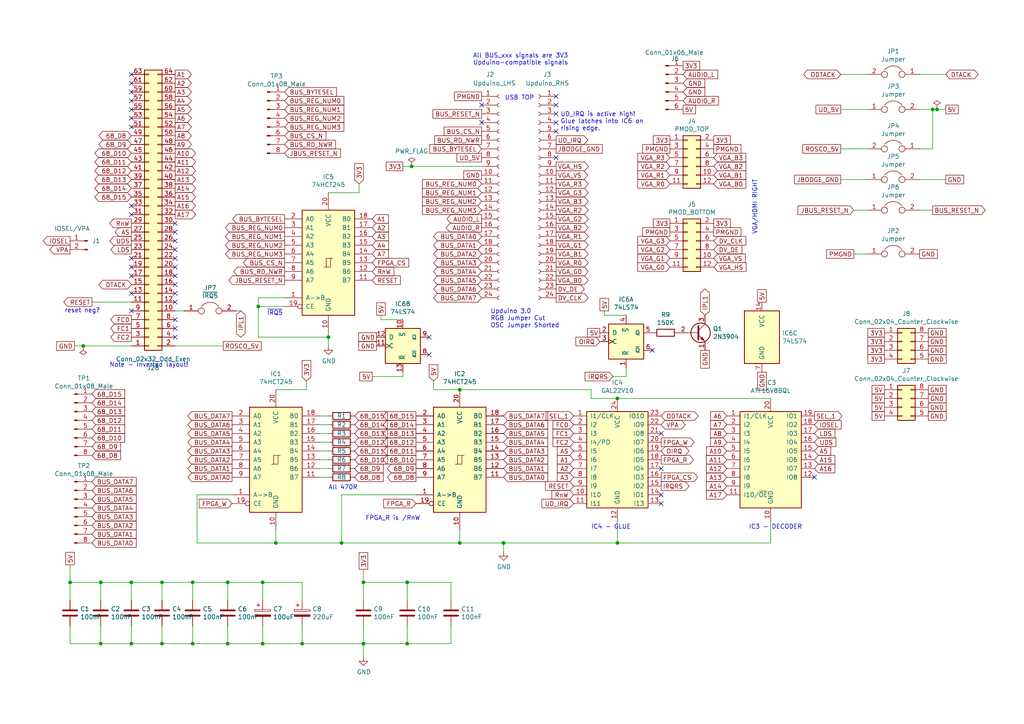
<source format=kicad_sch>
(kicad_sch (version 20250114) (generator "eeschema") (generator_version "9.0")
  (paper "A4")
  (title_block (title "Xosera <-> M68k Bus Interface") (date "2021-10-22") (rev "p1") (comment 1 "UPduino + PMOD to m68k bus") (comment 2 "Copyright ©2021 Xark and Contributors"))
  (text "All BUS_xxx signals are 3V3\nUpduino-compatible signals" (at 137.16 19.05 0) (effects (font (size 1.27 1.27)) (justify left bottom)))
  (text "VGA/HDMI RIGHT" (at 219.71 52.07 90) (effects (font (size 1.27 1.27)) (justify right bottom)))
  (text "~{IRQ5}\n" (at 79.756 90.932 0) (effects (font (size 1.27 1.27))))
  (text "USB TOP" (at 154.94 29.21 0) (effects (font (size 1.27 1.27)) (justify right bottom)))
  (text "IC3 - DECODER" (at 217.17 153.67 0) (effects (font (size 1.27 1.27)) (justify left bottom)))
  (text "FPGA_R is /RnW" (at 121.92 151.13 0) (effects (font (size 1.27 1.27)) (justify right bottom)))
  (text "All 470R" (at 95.25 142.24 0) (effects (font (size 1.27 1.27)) (justify left bottom)))
  (text "reset neg?" (at 23.876 90.17 0) (effects (font (size 1.27 1.27))))
  (text "Note - Inverted layout!" (at 31.75 106.68 0) (effects (font (size 1.27 1.27)) (justify left bottom)))
  (text "UD_IRQ is active high!\nGlue latches into IC6 on \nrising edge." (at 162.56 38.1 0) (effects (font (size 1.27 1.27)) (justify left bottom)))
  (text "Upduino 3.0\nRGB Jumper Cut\nOSC Jumper Shorted" (at 142.24 95.25 0) (effects (font (size 1.27 1.27)) (justify left bottom)))
  (text "IC4 - GLUE" (at 171.45 153.67 0) (effects (font (size 1.27 1.27)) (justify left bottom)))
  (junction (at 105.41 168.91))
  (junction (at 95.25 97.79))
  (junction (at 29.21 168.91))
  (junction (at 46.99 168.91))
  (junction (at 146.05 157.48))
  (junction (at 99.06 157.48))
  (junction (at 20.32 168.91))
  (junction (at 55.88 168.91))
  (junction (at 66.04 168.91))
  (junction (at 55.88 186.69))
  (junction (at 38.1 186.69))
  (junction (at 119.38 48.26))
  (junction (at 179.07 115.57))
  (junction (at 179.07 157.48))
  (junction (at 74.93 88.9))
  (junction (at 76.2 186.69))
  (junction (at 24.13 100.33))
  (junction (at 38.1 168.91))
  (junction (at 29.21 186.69))
  (junction (at 46.99 186.69))
  (junction (at 87.63 186.69))
  (junction (at 76.2 168.91))
  (junction (at 80.01 157.48))
  (junction (at 105.41 186.69))
  (junction (at 118.11 186.69))
  (junction (at 133.35 157.48))
  (junction (at 270.51 31.75))
  (junction (at 66.04 186.69))
  (junction (at 271.78 31.75))
  (junction (at 118.11 168.91))
  (junction (at 133.35 113.03))
  (no_connect (at 50.8 85.09))
  (no_connect (at 50.8 82.55))
  (no_connect (at 139.7 30.48))
  (no_connect (at 50.8 97.79))
  (no_connect (at 139.7 35.56))
  (no_connect (at 50.8 92.71))
  (no_connect (at 50.8 74.93))
  (no_connect (at 38.1 90.17))
  (no_connect (at 50.8 64.77))
  (no_connect (at 161.29 45.72))
  (no_connect (at 38.1 21.59))
  (no_connect (at 161.29 33.02))
  (no_connect (at 50.8 72.39))
  (no_connect (at 38.1 62.23))
  (no_connect (at 38.1 31.75))
  (no_connect (at 38.1 85.09))
  (no_connect (at 50.8 67.31))
  (no_connect (at 38.1 74.93))
  (no_connect (at 38.1 36.83))
  (no_connect (at 50.8 77.47))
  (no_connect (at 124.46 102.87))
  (no_connect (at 191.77 143.51))
  (no_connect (at 161.29 35.56))
  (no_connect (at 38.1 29.21))
  (no_connect (at 38.1 59.69))
  (no_connect (at 161.29 27.94))
  (no_connect (at 161.29 30.48))
  (no_connect (at 191.77 146.05))
  (no_connect (at 38.1 24.13))
  (no_connect (at 50.8 87.63))
  (no_connect (at 38.1 77.47))
  (no_connect (at 191.77 125.73))
  (no_connect (at 191.77 135.89))
  (no_connect (at 161.29 38.1))
  (no_connect (at 50.8 69.85))
  (no_connect (at 50.8 80.01))
  (no_connect (at 124.46 97.79))
  (no_connect (at 38.1 80.01))
  (no_connect (at 189.23 101.6))
  (no_connect (at 38.1 26.67))
  (no_connect (at 50.8 95.25))
  (no_connect (at 236.22 138.43))
  (no_connect (at 38.1 34.29))
  (wire (pts (xy 118.11 173.99) (xy 118.11 168.91)))
  (wire (pts (xy 95.25 55.88) (xy 104.14 55.88)))
  (wire (pts (xy 66.04 168.91) (xy 76.2 168.91)))
  (wire (pts (xy 80.01 113.03) (xy 88.9 113.03)))
  (wire (pts (xy 38.1 168.91) (xy 29.21 168.91)))
  (wire (pts (xy 175.26 90.17) (xy 175.26 91.44)))
  (wire (pts (xy 271.78 31.75) (xy 274.32 31.75)))
  (wire (pts (xy 38.1 173.99) (xy 38.1 168.91)))
  (wire (pts (xy 116.84 92.71) (xy 110.49 92.71)))
  (wire (pts (xy 74.93 97.79) (xy 95.25 97.79)))
  (wire (pts (xy 88.9 113.03) (xy 88.9 110.49)))
  (wire (pts (xy 266.7 31.75) (xy 270.51 31.75)))
  (wire (pts (xy 76.2 168.91) (xy 87.63 168.91)))
  (wire (pts (xy 130.81 168.91) (xy 118.11 168.91)))
  (wire (pts (xy 55.88 186.69) (xy 66.04 186.69)))
  (wire (pts (xy 251.46 31.75) (xy 243.84 31.75)))
  (wire (pts (xy 57.15 157.48) (xy 80.01 157.48)))
  (wire (pts (xy 92.71 138.43) (xy 95.25 138.43)))
  (wire (pts (xy 177.8 109.22) (xy 181.61 109.22)))
  (wire (pts (xy 118.11 186.69) (xy 130.81 186.69)))
  (wire (pts (xy 74.93 86.36) (xy 74.93 88.9)))
  (wire (pts (xy 92.71 123.19) (xy 95.25 123.19)))
  (wire (pts (xy 50.8 90.17) (xy 53.34 90.17)))
  (wire (pts (xy 76.2 186.69) (xy 87.63 186.69)))
  (wire (pts (xy 95.25 97.79) (xy 95.25 100.33)))
  (wire (pts (xy 55.88 181.61) (xy 55.88 186.69)))
  (wire (pts (xy 99.06 143.51) (xy 120.65 143.51)))
  (wire (pts (xy 50.8 100.33) (xy 64.77 100.33)))
  (wire (pts (xy 46.99 168.91) (xy 38.1 168.91)))
  (wire (pts (xy 95.25 120.65) (xy 92.71 120.65)))
  (wire (pts (xy 99.06 157.48) (xy 133.35 157.48)))
  (wire (pts (xy 82.55 88.9) (xy 74.93 88.9)))
  (wire (pts (xy 171.45 115.57) (xy 179.07 115.57)))
  (wire (pts (xy 76.2 181.61) (xy 76.2 186.69)))
  (wire (pts (xy 247.65 73.66) (xy 251.46 73.66)))
  (wire (pts (xy 20.32 186.69) (xy 29.21 186.69)))
  (wire (pts (xy 107.95 109.22) (xy 116.84 109.22)))
  (wire (pts (xy 251.46 21.59) (xy 243.84 21.59)))
  (wire (pts (xy 105.41 186.69) (xy 105.41 190.5)))
  (wire (pts (xy 38.1 181.61) (xy 38.1 186.69)))
  (wire (pts (xy 76.2 173.99) (xy 76.2 168.91)))
  (wire (pts (xy 105.41 168.91) (xy 105.41 173.99)))
  (wire (pts (xy 223.52 157.48) (xy 223.52 151.13)))
  (wire (pts (xy 55.88 173.99) (xy 55.88 168.91)))
  (wire (pts (xy 146.05 157.48) (xy 179.07 157.48)))
  (wire (pts (xy 104.14 55.88) (xy 104.14 53.34)))
  (wire (pts (xy 133.35 113.03) (xy 171.45 113.03)))
  (wire (pts (xy 266.7 21.59) (xy 274.32 21.59)))
  (wire (pts (xy 57.15 143.51) (xy 67.31 143.51)))
  (wire (pts (xy 80.01 157.48) (xy 99.06 157.48)))
  (wire (pts (xy 105.41 186.69) (xy 118.11 186.69)))
  (wire (pts (xy 74.93 88.9) (xy 74.93 97.79)))
  (wire (pts (xy 99.06 143.51) (xy 99.06 157.48)))
  (wire (pts (xy 270.51 43.18) (xy 270.51 31.75)))
  (wire (pts (xy 57.15 143.51) (xy 57.15 157.48)))
  (wire (pts (xy 24.13 100.33) (xy 38.1 100.33)))
  (wire (pts (xy 266.7 60.96) (xy 270.51 60.96)))
  (wire (pts (xy 55.88 168.91) (xy 46.99 168.91)))
  (wire (pts (xy 46.99 173.99) (xy 46.99 168.91)))
  (wire (pts (xy 82.55 86.36) (xy 74.93 86.36)))
  (wire (pts (xy 92.71 133.35) (xy 95.25 133.35)))
  (wire (pts (xy 29.21 168.91) (xy 20.32 168.91)))
  (wire (pts (xy 179.07 157.48) (xy 223.52 157.48)))
  (wire (pts (xy 46.99 186.69) (xy 55.88 186.69)))
  (wire (pts (xy 92.71 125.73) (xy 95.25 125.73)))
  (wire (pts (xy 80.01 153.67) (xy 80.01 157.48)))
  (wire (pts (xy 171.45 113.03) (xy 171.45 115.57)))
  (wire (pts (xy 133.35 157.48) (xy 146.05 157.48)))
  (wire (pts (xy 175.26 91.44) (xy 181.61 91.44)))
  (wire (pts (xy 118.11 186.69) (xy 118.11 181.61)))
  (wire (pts (xy 68.58 90.17) (xy 69.85 90.17)))
  (wire (pts (xy 179.07 151.13) (xy 179.07 157.48)))
  (wire (pts (xy 270.51 31.75) (xy 271.78 31.75)))
  (wire (pts (xy 105.41 181.61) (xy 105.41 186.69)))
  (wire (pts (xy 266.7 52.07) (xy 274.32 52.07)))
  (wire (pts (xy 110.49 92.71) (xy 110.49 91.44)))
  (wire (pts (xy 116.84 109.22) (xy 116.84 107.95)))
  (wire (pts (xy 29.21 181.61) (xy 29.21 186.69)))
  (wire (pts (xy 133.35 153.67) (xy 133.35 157.48)))
  (wire (pts (xy 20.32 168.91) (xy 20.32 173.99)))
  (wire (pts (xy 92.71 135.89) (xy 95.25 135.89)))
  (wire (pts (xy 66.04 181.61) (xy 66.04 186.69)))
  (wire (pts (xy 95.25 96.52) (xy 95.25 97.79)))
  (wire (pts (xy 66.04 186.69) (xy 76.2 186.69)))
  (wire (pts (xy 29.21 186.69) (xy 38.1 186.69)))
  (wire (pts (xy 133.35 113.03) (xy 125.73 113.03)))
  (wire (pts (xy 119.38 48.26) (xy 139.7 48.26)))
  (wire (pts (xy 55.88 168.91) (xy 66.04 168.91)))
  (wire (pts (xy 125.73 113.03) (xy 125.73 110.49)))
  (wire (pts (xy 251.46 43.18) (xy 243.84 43.18)))
  (wire (pts (xy 66.04 173.99) (xy 66.04 168.91)))
  (wire (pts (xy 38.1 186.69) (xy 46.99 186.69)))
  (wire (pts (xy 92.71 128.27) (xy 95.25 128.27)))
  (wire (pts (xy 92.71 130.81) (xy 95.25 130.81)))
  (wire (pts (xy 179.07 115.57) (xy 223.52 115.57)))
  (wire (pts (xy 266.7 43.18) (xy 270.51 43.18)))
  (wire (pts (xy 26.67 87.63) (xy 38.1 87.63)))
  (wire (pts (xy 21.59 100.33) (xy 24.13 100.33)))
  (wire (pts (xy 87.63 173.99) (xy 87.63 168.91)))
  (wire (pts (xy 20.32 181.61) (xy 20.32 186.69)))
  (wire (pts (xy 118.11 168.91) (xy 105.41 168.91)))
  (wire (pts (xy 247.65 60.96) (xy 251.46 60.96)))
  (wire (pts (xy 130.81 173.99) (xy 130.81 168.91)))
  (wire (pts (xy 116.84 48.26) (xy 119.38 48.26)))
  (wire (pts (xy 251.46 52.07) (xy 243.84 52.07)))
  (wire (pts (xy 181.61 109.22) (xy 181.61 106.68)))
  (wire (pts (xy 146.05 157.48) (xy 146.05 160.02)))
  (wire (pts (xy 87.63 181.61) (xy 87.63 186.69)))
  (wire (pts (xy 46.99 181.61) (xy 46.99 186.69)))
  (wire (pts (xy 105.41 165.1) (xy 105.41 168.91)))
  (wire (pts (xy 130.81 186.69) (xy 130.81 181.61)))
  (wire (pts (xy 29.21 173.99) (xy 29.21 168.91)))
  (wire (pts (xy 105.41 186.69) (xy 87.63 186.69)))
  (wire (pts (xy 20.32 168.91) (xy 20.32 163.83)))
  (global_label "VGA_G0" (shape output) (at 161.29 78.74 0) (property "Intersheetrefs" "${INTERSHEET_REFS}" (effects (hide yes))))
  (global_label "68_D13" (shape input) (at 26.67 119.38 0) (property "Intersheetrefs" "${INTERSHEET_REFS}" (effects (hide yes))))
  (global_label "68_D15" (shape input) (at 102.87 120.65 0) (property "Intersheetrefs" "${INTERSHEET_REFS}" (effects (hide yes))))
  (global_label "GND" (shape passive) (at 269.24 101.6 0) (property "Intersheetrefs" "${INTERSHEET_REFS}" (effects (hide yes))))
  (global_label "GND" (shape passive) (at 109.22 100.33 180) (property "Intersheetrefs" "${INTERSHEET_REFS}" (effects (hide yes))))
  (global_label "5V" (shape passive) (at 274.32 31.75 0) (property "Intersheetrefs" "${INTERSHEET_REFS}" (effects (hide yes))))
  (global_label "VGA_VS" (shape input) (at 207.01 74.93 0) (property "Intersheetrefs" "${INTERSHEET_REFS}" (effects (hide yes))))
  (global_label "BUS_DATA4" (shape output) (at 67.31 128.27 180) (property "Intersheetrefs" "${INTERSHEET_REFS}" (effects (hide yes))))
  (global_label "BUS_DATA0" (shape output) (at 67.31 138.43 180) (property "Intersheetrefs" "${INTERSHEET_REFS}" (effects (hide yes))))
  (global_label "A3" (shape input) (at 107.95 68.58 0) (property "Intersheetrefs" "${INTERSHEET_REFS}" (effects (hide yes))))
  (global_label "ODTACK" (shape tri_state) (at 191.77 120.65 0) (property "Intersheetrefs" "${INTERSHEET_REFS}" (effects (hide yes))))
  (global_label "68_D14" (shape input) (at 26.67 116.84 0) (property "Intersheetrefs" "${INTERSHEET_REFS}" (effects (hide yes))))
  (global_label "BUS_CS_N" (shape output) (at 82.55 76.2 180) (property "Intersheetrefs" "${INTERSHEET_REFS}" (effects (hide yes))))
  (global_label "68_D12" (shape bidirectional) (at 38.1 49.53 180) (property "Intersheetrefs" "${INTERSHEET_REFS}" (effects (hide yes))))
  (global_label "68_D12" (shape input) (at 26.67 121.92 0) (property "Intersheetrefs" "${INTERSHEET_REFS}" (effects (hide yes))))
  (global_label "68_D8" (shape output) (at 120.65 138.43 180) (property "Intersheetrefs" "${INTERSHEET_REFS}" (effects (hide yes))))
  (global_label "BUS_DATA5" (shape bidirectional) (at 139.7 81.28 180) (property "Intersheetrefs" "${INTERSHEET_REFS}" (effects (hide yes))))
  (global_label "A2" (shape output) (at 50.8 24.13 0) (property "Intersheetrefs" "${INTERSHEET_REFS}" (effects (hide yes))))
  (global_label "BUS_RD_NWR" (shape output) (at 82.55 78.74 180) (property "Intersheetrefs" "${INTERSHEET_REFS}" (effects (hide yes))))
  (global_label "ROSCO_5V" (shape passive) (at 64.77 100.33 0) (property "Intersheetrefs" "${INTERSHEET_REFS}" (effects (hide yes))))
  (global_label "RESET" (shape input) (at 166.37 140.97 180) (property "Intersheetrefs" "${INTERSHEET_REFS}" (effects (hide yes))))
  (global_label "BUS_DATA4" (shape input) (at 26.67 147.32 0) (property "Intersheetrefs" "${INTERSHEET_REFS}" (effects (hide yes))))
  (global_label "PMGND" (shape passive) (at 194.31 67.31 180) (property "Intersheetrefs" "${INTERSHEET_REFS}" (effects (hide yes))))
  (global_label "GND" (shape input) (at 198.12 26.67 0) (property "Intersheetrefs" "${INTERSHEET_REFS}" (effects (hide yes))))
  (global_label "5V" (shape passive) (at 173.99 96.52 180) (property "Intersheetrefs" "${INTERSHEET_REFS}" (effects (hide yes))))
  (global_label "68_D13" (shape input) (at 102.87 125.73 0) (property "Intersheetrefs" "${INTERSHEET_REFS}" (effects (hide yes))))
  (global_label "A11" (shape input) (at 210.82 133.35 180) (property "Intersheetrefs" "${INTERSHEET_REFS}" (effects (hide yes))))
  (global_label "5V" (shape passive) (at 110.49 91.44 90) (property "Intersheetrefs" "${INTERSHEET_REFS}" (effects (hide yes))))
  (global_label "VGA_R1" (shape output) (at 161.29 68.58 0) (property "Intersheetrefs" "${INTERSHEET_REFS}" (effects (hide yes))))
  (global_label "UD_5V" (shape passive) (at 243.84 31.75 180) (property "Intersheetrefs" "${INTERSHEET_REFS}" (effects (hide yes))))
  (global_label "FC2" (shape output) (at 38.1 97.79 180) (property "Intersheetrefs" "${INTERSHEET_REFS}" (effects (hide yes))))
  (global_label "5V" (shape passive) (at 107.95 109.22 180) (property "Intersheetrefs" "${INTERSHEET_REFS}" (effects (hide yes))))
  (global_label "VGA_G0" (shape input) (at 194.31 77.47 180) (property "Intersheetrefs" "${INTERSHEET_REFS}" (effects (hide yes))))
  (global_label "68_D15" (shape output) (at 120.65 120.65 180) (property "Intersheetrefs" "${INTERSHEET_REFS}" (effects (hide yes))))
  (global_label "OIRQ" (shape tri_state) (at 191.77 130.81 0) (property "Intersheetrefs" "${INTERSHEET_REFS}" (effects (hide yes))))
  (global_label "BUS_DATA3" (shape input) (at 146.05 130.81 0) (property "Intersheetrefs" "${INTERSHEET_REFS}" (effects (hide yes))))
  (global_label "BUS_DATA7" (shape input) (at 26.67 139.7 0) (property "Intersheetrefs" "${INTERSHEET_REFS}" (effects (hide yes))))
  (global_label "BUS_DATA3" (shape bidirectional) (at 139.7 76.2 180) (property "Intersheetrefs" "${INTERSHEET_REFS}" (effects (hide yes))))
  (global_label "A9" (shape output) (at 50.8 41.91 0) (property "Intersheetrefs" "${INTERSHEET_REFS}" (effects (hide yes))))
  (global_label "A5" (shape input) (at 236.22 130.81 0) (property "Intersheetrefs" "${INTERSHEET_REFS}" (effects (hide yes))))
  (global_label "A10" (shape input) (at 210.82 130.81 180) (property "Intersheetrefs" "${INTERSHEET_REFS}" (effects (hide yes))))
  (global_label "BUS_DATA2" (shape bidirectional) (at 139.7 73.66 180) (property "Intersheetrefs" "${INTERSHEET_REFS}" (effects (hide yes))))
  (global_label "BUS_DATA3" (shape input) (at 26.67 149.86 0) (property "Intersheetrefs" "${INTERSHEET_REFS}" (effects (hide yes))))
  (global_label "BUS_CS_N" (shape input) (at 82.55 39.37 0) (property "Intersheetrefs" "${INTERSHEET_REFS}" (effects (hide yes))))
  (global_label "A5" (shape output) (at 50.8 31.75 0) (property "Intersheetrefs" "${INTERSHEET_REFS}" (effects (hide yes))))
  (global_label "BUS_DATA4" (shape input) (at 146.05 128.27 0) (property "Intersheetrefs" "${INTERSHEET_REFS}" (effects (hide yes))))
  (global_label "IRQRS" (shape input) (at 177.8 109.22 180) (property "Intersheetrefs" "${INTERSHEET_REFS}" (effects (hide yes))))
  (global_label "A1" (shape input) (at 166.37 133.35 180) (property "Intersheetrefs" "${INTERSHEET_REFS}" (effects (hide yes))))
  (global_label "3V3" (shape passive) (at 116.84 48.26 180) (property "Intersheetrefs" "${INTERSHEET_REFS}" (effects (hide yes))))
  (global_label "VPA" (shape tri_state) (at 191.77 123.19 0) (property "Intersheetrefs" "${INTERSHEET_REFS}" (effects (hide yes))))
  (global_label "5V" (shape passive) (at 256.54 115.57 180) (property "Intersheetrefs" "${INTERSHEET_REFS}" (effects (hide yes))))
  (global_label "3V3" (shape passive) (at 194.31 40.64 180) (property "Intersheetrefs" "${INTERSHEET_REFS}" (effects (hide yes))))
  (global_label "DV_DE" (shape output) (at 161.29 83.82 0) (property "Intersheetrefs" "${INTERSHEET_REFS}" (effects (hide yes))))
  (global_label "GND" (shape passive) (at 220.98 107.95 270) (property "Intersheetrefs" "${INTERSHEET_REFS}" (effects (hide yes))))
  (global_label "68_D8" (shape input) (at 26.67 132.08 0) (property "Intersheetrefs" "${INTERSHEET_REFS}" (effects (hide yes))))
  (global_label "VGA_B1" (shape input) (at 207.01 50.8 0) (property "Intersheetrefs" "${INTERSHEET_REFS}" (effects (hide yes))))
  (global_label "BUS_DATA1" (shape bidirectional) (at 139.7 71.12 180) (property "Intersheetrefs" "${INTERSHEET_REFS}" (effects (hide yes))))
  (global_label "BUS_DATA4" (shape bidirectional) (at 139.7 78.74 180) (property "Intersheetrefs" "${INTERSHEET_REFS}" (effects (hide yes))))
  (global_label "VGA_R1" (shape input) (at 194.31 50.8 180) (property "Intersheetrefs" "${INTERSHEET_REFS}" (effects (hide yes))))
  (global_label "VGA_G3" (shape output) (at 161.29 55.88 0) (property "Intersheetrefs" "${INTERSHEET_REFS}" (effects (hide yes))))
  (global_label "PMGND" (shape passive) (at 139.7 27.94 180) (property "Intersheetrefs" "${INTERSHEET_REFS}" (effects (hide yes))))
  (global_label "VGA_B2" (shape input) (at 207.01 48.26 0) (property "Intersheetrefs" "${INTERSHEET_REFS}" (effects (hide yes))))
  (global_label "GND" (shape passive) (at 269.24 115.57 0) (property "Intersheetrefs" "${INTERSHEET_REFS}" (effects (hide yes))))
  (global_label "BUS_DATA6" (shape bidirectional) (at 139.7 83.82 180) (property "Intersheetrefs" "${INTERSHEET_REFS}" (effects (hide yes))))
  (global_label "A7" (shape output) (at 50.8 36.83 0) (property "Intersheetrefs" "${INTERSHEET_REFS}" (effects (hide yes))))
  (global_label "A3" (shape output) (at 50.8 26.67 0) (property "Intersheetrefs" "${INTERSHEET_REFS}" (effects (hide yes))))
  (global_label "AS" (shape output) (at 38.1 67.31 180) (property "Intersheetrefs" "${INTERSHEET_REFS}" (effects (hide yes))))
  (global_label "VGA_B1" (shape output) (at 161.29 73.66 0) (property "Intersheetrefs" "${INTERSHEET_REFS}" (effects (hide yes))))
  (global_label "FC2" (shape input) (at 166.37 128.27 180) (property "Intersheetrefs" "${INTERSHEET_REFS}" (effects (hide yes))))
  (global_label "VGA_G3" (shape input) (at 194.31 69.85 180) (property "Intersheetrefs" "${INTERSHEET_REFS}" (effects (hide yes))))
  (global_label "GND" (shape passive) (at 266.7 73.66 0) (property "Intersheetrefs" "${INTERSHEET_REFS}" (effects (hide yes))))
  (global_label "A16" (shape output) (at 50.8 59.69 0) (property "Intersheetrefs" "${INTERSHEET_REFS}" (effects (hide yes))))
  (global_label "RESET" (shape output) (at 26.67 87.63 180) (property "Intersheetrefs" "${INTERSHEET_REFS}" (effects (hide yes))))
  (global_label "RnW" (shape output) (at 38.1 64.77 180) (property "Intersheetrefs" "${INTERSHEET_REFS}" (effects (hide yes))))
  (global_label "VGA_B2" (shape output) (at 161.29 66.04 0) (property "Intersheetrefs" "${INTERSHEET_REFS}" (effects (hide yes))))
  (global_label "VPA" (shape output) (at 20.32 72.39 180) (property "Intersheetrefs" "${INTERSHEET_REFS}" (effects (hide yes))))
  (global_label "68_D10" (shape bidirectional) (at 38.1 44.45 180) (property "Intersheetrefs" "${INTERSHEET_REFS}" (effects (hide yes))))
  (global_label "68_D14" (shape bidirectional) (at 38.1 54.61 180) (property "Intersheetrefs" "${INTERSHEET_REFS}" (effects (hide yes))))
  (global_label "A8" (shape output) (at 50.8 39.37 0) (property "Intersheetrefs" "${INTERSHEET_REFS}" (effects (hide yes))))
  (global_label "VGA_B0" (shape output) (at 161.29 81.28 0) (property "Intersheetrefs" "${INTERSHEET_REFS}" (effects (hide yes))))
  (global_label "VGA_R3" (shape input) (at 194.31 45.72 180) (property "Intersheetrefs" "${INTERSHEET_REFS}" (effects (hide yes))))
  (global_label "BUS_REG_NUM1" (shape output) (at 82.55 68.58 180) (property "Intersheetrefs" "${INTERSHEET_REFS}" (effects (hide yes))))
  (global_label "A1" (shape output) (at 50.8 21.59 0) (property "Intersheetrefs" "${INTERSHEET_REFS}" (effects (hide yes))))
  (global_label "FC0" (shape output) (at 38.1 92.71 180) (property "Intersheetrefs" "${INTERSHEET_REFS}" (effects (hide yes))))
  (global_label "FC1" (shape output) (at 38.1 95.25 180) (property "Intersheetrefs" "${INTERSHEET_REFS}" (effects (hide yes))))
  (global_label "BUS_DATA6" (shape input) (at 146.05 123.19 0) (property "Intersheetrefs" "${INTERSHEET_REFS}" (effects (hide yes))))
  (global_label "DV_CLK" (shape output) (at 161.29 86.36 0) (property "Intersheetrefs" "${INTERSHEET_REFS}" (effects (hide yes))))
  (global_label "ROSCO_5V" (shape passive) (at 243.84 43.18 180) (property "Intersheetrefs" "${INTERSHEET_REFS}" (effects (hide yes))))
  (global_label "PMGND" (shape passive) (at 194.31 43.18 180) (property "Intersheetrefs" "${INTERSHEET_REFS}" (effects (hide yes))))
  (global_label "A15" (shape input) (at 236.22 133.35 0) (property "Intersheetrefs" "${INTERSHEET_REFS}" (effects (hide yes))))
  (global_label "BUS_REG_NUM3" (shape output) (at 82.55 73.66 180) (property "Intersheetrefs" "${INTERSHEET_REFS}" (effects (hide yes))))
  (global_label "FPGA_CS" (shape input) (at 107.95 76.2 0) (property "Intersheetrefs" "${INTERSHEET_REFS}" (effects (hide yes))))
  (global_label "AUDIO_R" (shape output) (at 139.7 66.04 180) (property "Intersheetrefs" "${INTERSHEET_REFS}" (effects (hide yes))))
  (global_label "BUS_DATA0" (shape bidirectional) (at 139.7 68.58 180) (property "Intersheetrefs" "${INTERSHEET_REFS}" (effects (hide yes))))
  (global_label "3V3" (shape passive) (at 105.41 165.1 90) (property "Intersheetrefs" "${INTERSHEET_REFS}" (effects (hide yes))))
  (global_label "BUS_REG_NUM3" (shape input) (at 139.7 60.96 180) (property "Intersheetrefs" "${INTERSHEET_REFS}" (effects (hide yes))))
  (global_label "PMGND" (shape passive) (at 207.01 43.18 0) (property "Intersheetrefs" "${INTERSHEET_REFS}" (effects (hide yes))))
  (global_label "VGA_R2" (shape input) (at 194.31 48.26 180) (property "Intersheetrefs" "${INTERSHEET_REFS}" (effects (hide yes))))
  (global_label "68_D11" (shape input) (at 102.87 130.81 0) (property "Intersheetrefs" "${INTERSHEET_REFS}" (effects (hide yes))))
  (global_label "68_D11" (shape output) (at 120.65 130.81 180) (property "Intersheetrefs" "${INTERSHEET_REFS}" (effects (hide yes))))
  (global_label "3V3" (shape input) (at 104.14 53.34 90) (property "Intersheetrefs" "${INTERSHEET_REFS}" (effects (hide yes))))
  (global_label "VGA_HS" (shape output) (at 161.29 48.26 0) (property "Intersheetrefs" "${INTERSHEET_REFS}" (effects (hide yes))))
  (global_label "RESET" (shape input) (at 107.95 81.28 0) (property "Intersheetrefs" "${INTERSHEET_REFS}" (effects (hide yes))))
  (global_label "FPGA_R" (shape output) (at 191.77 133.35 0) (property "Intersheetrefs" "${INTERSHEET_REFS}" (effects (hide yes))))
  (global_label "FPGA_W" (shape output) (at 191.77 128.27 0) (property "Intersheetrefs" "${INTERSHEET_REFS}" (effects (hide yes))))
  (global_label "LDS" (shape output) (at 38.1 72.39 180) (property "Intersheetrefs" "${INTERSHEET_REFS}" (effects (hide yes))))
  (global_label "RnW" (shape input) (at 107.95 78.74 0) (property "Intersheetrefs" "${INTERSHEET_REFS}" (effects (hide yes))))
  (global_label "UD_5V" (shape passive) (at 139.7 45.72 180) (property "Intersheetrefs" "${INTERSHEET_REFS}" (effects (hide yes))))
  (global_label "IOSEL" (shape output) (at 20.32 69.85 180) (property "Intersheetrefs" "${INTERSHEET_REFS}" (effects (hide yes))))
  (global_label "A15" (shape output) (at 50.8 57.15 0) (property "Intersheetrefs" "${INTERSHEET_REFS}" (effects (hide yes))))
  (global_label "DTACK" (shape tri_state) (at 38.1 82.55 180) (property "Intersheetrefs" "${INTERSHEET_REFS}" (effects (hide yes))))
  (global_label "JBODGE_GND" (shape passive) (at 161.29 43.18 0) (property "Intersheetrefs" "${INTERSHEET_REFS}" (effects (hide yes))))
  (global_label "A13" (shape output) (at 50.8 52.07 0) (property "Intersheetrefs" "${INTERSHEET_REFS}" (effects (hide yes))))
  (global_label "5V" (shape passive) (at 175.26 90.17 90) (property "Intersheetrefs" "${INTERSHEET_REFS}" (effects (hide yes))))
  (global_label "RnW" (shape input) (at 166.37 143.51 180) (property "Intersheetrefs" "${INTERSHEET_REFS}" (effects (hide yes))))
  (global_label "A11" (shape output) (at 50.8 46.99 0) (property "Intersheetrefs" "${INTERSHEET_REFS}" (effects (hide yes))))
  (global_label "3V3" (shape passive) (at 256.54 101.6 180) (property "Intersheetrefs" "${INTERSHEET_REFS}" (effects (hide yes))))
  (global_label "BUS_DATA5" (shape output) (at 67.31 125.73 180) (property "Intersheetrefs" "${INTERSHEET_REFS}" (effects (hide yes))))
  (global_label "VGA_R3" (shape output) (at 161.29 53.34 0) (property "Intersheetrefs" "${INTERSHEET_REFS}" (effects (hide yes))))
  (global_label "AUDIO_L" (shape input) (at 198.12 21.59 0) (property "Intersheetrefs" "${INTERSHEET_REFS}" (effects (hide yes))))
  (global_label "A8" (shape input) (at 210.82 125.73 180) (property "Intersheetrefs" "${INTERSHEET_REFS}" (effects (hide yes))))
  (global_label "GND" (shape passive) (at 109.22 97.79 180) (property "Intersheetrefs" "${INTERSHEET_REFS}" (effects (hide yes))))
  (global_label "GND" (shape passive) (at 269.24 113.03 0) (property "Intersheetrefs" "${INTERSHEET_REFS}" (effects (hide yes))))
  (global_label "BUS_REG_NUM0" (shape output) (at 82.55 66.04 180) (property "Intersheetrefs" "${INTERSHEET_REFS}" (effects (hide yes))))
  (global_label "68_D11" (shape input) (at 26.67 124.46 0) (property "Intersheetrefs" "${INTERSHEET_REFS}" (effects (hide yes))))
  (global_label "BUS_DATA5" (shape input) (at 26.67 144.78 0) (property "Intersheetrefs" "${INTERSHEET_REFS}" (effects (hide yes))))
  (global_label "BUS_RESET_N" (shape passive) (at 139.7 33.02 180) (property "Intersheetrefs" "${INTERSHEET_REFS}" (effects (hide yes))))
  (global_label "BUS_REG_NUM0" (shape input) (at 139.7 53.34 180) (property "Intersheetrefs" "${INTERSHEET_REFS}" (effects (hide yes))))
  (global_label "OIRQ" (shape input) (at 173.99 99.06 180) (property "Intersheetrefs" "${INTERSHEET_REFS}" (effects (hide yes))))
  (global_label "A13" (shape input) (at 210.82 138.43 180) (property "Intersheetrefs" "${INTERSHEET_REFS}" (effects (hide yes))))
  (global_label "68_D9" (shape input) (at 26.67 129.54 0) (property "Intersheetrefs" "${INTERSHEET_REFS}" (effects (hide yes))))
  (global_label "68_D14" (shape input) (at 102.87 123.19 0) (property "Intersheetrefs" "${INTERSHEET_REFS}" (effects (hide yes))))
  (global_label "BUS_DATA1" (shape input) (at 146.05 135.89 0) (property "Intersheetrefs" "${INTERSHEET_REFS}" (effects (hide yes))))
  (global_label "BUS_REG_NUM2" (shape input) (at 82.55 34.29 0) (property "Intersheetrefs" "${INTERSHEET_REFS}" (effects (hide yes))))
  (global_label "BUS_RESET_N" (shape output) (at 270.51 60.96 0) (property "Intersheetrefs" "${INTERSHEET_REFS}" (effects (hide yes))))
  (global_label "ODTACK" (shape bidirectional) (at 243.84 21.59 180) (property "Intersheetrefs" "${INTERSHEET_REFS}" (effects (hide yes))))
  (global_label "5V" (shape passive) (at 220.98 87.63 90) (property "Intersheetrefs" "${INTERSHEET_REFS}" (effects (hide yes))))
  (global_label "5V" (shape passive) (at 256.54 118.11 180) (property "Intersheetrefs" "${INTERSHEET_REFS}" (effects (hide yes))))
  (global_label "FPGA_W" (shape input) (at 67.31 146.05 180) (property "Intersheetrefs" "${INTERSHEET_REFS}" (effects (hide yes))))
  (global_label "JBUS_RESET_N" (shape input) (at 247.65 60.96 180) (property "Intersheetrefs" "${INTERSHEET_REFS}" (effects (hide yes))))
  (global_label "DTACK" (shape tri_state) (at 274.32 21.59 0) (property "Intersheetrefs" "${INTERSHEET_REFS}" (effects (hide yes))))
  (global_label "68_D15" (shape bidirectional) (at 38.1 57.15 180) (property "Intersheetrefs" "${INTERSHEET_REFS}" (effects (hide yes))))
  (global_label "VGA_R2" (shape output) (at 161.29 60.96 0) (property "Intersheetrefs" "${INTERSHEET_REFS}" (effects (hide yes))))
  (global_label "BUS_DATA6" (shape input) (at 26.67 142.24 0) (property "Intersheetrefs" "${INTERSHEET_REFS}" (effects (hide yes))))
  (global_label "GND" (shape passive) (at 139.7 50.8 180) (property "Intersheetrefs" "${INTERSHEET_REFS}" (effects (hide yes))))
  (global_label "GND" (shape passive) (at 274.32 52.07 0) (property "Intersheetrefs" "${INTERSHEET_REFS}" (effects (hide yes))))
  (global_label "GND" (shape input) (at 198.12 24.13 0) (property "Intersheetrefs" "${INTERSHEET_REFS}" (effects (hide yes))))
  (global_label "BUS_DATA1" (shape output) (at 67.31 135.89 180) (property "Intersheetrefs" "${INTERSHEET_REFS}" (effects (hide yes))))
  (global_label "68_D14" (shape output) (at 120.65 123.19 180) (property "Intersheetrefs" "${INTERSHEET_REFS}" (effects (hide yes))))
  (global_label "3V3" (shape passive) (at 207.01 40.64 0) (property "Intersheetrefs" "${INTERSHEET_REFS}" (effects (hide yes))))
  (global_label "VGA_B3" (shape input) (at 207.01 45.72 0) (property "Intersheetrefs" "${INTERSHEET_REFS}" (effects (hide yes))))
  (global_label "68_D13" (shape output) (at 120.65 125.73 180) (property "Intersheetrefs" "${INTERSHEET_REFS}" (effects (hide yes))))
  (global_label "IPL1" (shape tri_state) (at 204.47 91.44 90) (property "Intersheetrefs" "${INTERSHEET_REFS}" (effects (hide yes))))
  (global_label "3V3" (shape passive) (at 194.31 64.77 180) (property "Intersheetrefs" "${INTERSHEET_REFS}" (effects (hide yes))))
  (global_label "BUS_DATA1" (shape input) (at 26.67 154.94 0) (property "Intersheetrefs" "${INTERSHEET_REFS}" (effects (hide yes))))
  (global_label "BUS_RD_NWR" (shape passive) (at 139.7 40.64 180) (property "Intersheetrefs" "${INTERSHEET_REFS}" (effects (hide yes))))
  (global_label "68_D9" (shape input) (at 102.87 135.89 0) (property "Intersheetrefs" "${INTERSHEET_REFS}" (effects (hide yes))))
  (global_label "AUDIO_R" (shape input) (at 198.12 29.21 0) (property "Intersheetrefs" "${INTERSHEET_REFS}" (effects (hide yes))))
  (global_label "68_D12" (shape output) (at 120.65 128.27 180) (property "Intersheetrefs" "${INTERSHEET_REFS}" (effects (hide yes))))
  (global_label "BUS_DATA3" (shape output) (at 67.31 130.81 180) (property "Intersheetrefs" "${INTERSHEET_REFS}" (effects (hide yes))))
  (global_label "BUS_REG_NUM0" (shape input) (at 82.55 29.21 0) (property "Intersheetrefs" "${INTERSHEET_REFS}" (effects (hide yes))))
  (global_label "UD_IRQ" (shape output) (at 161.29 40.64 0) (property "Intersheetrefs" "${INTERSHEET_REFS}" (effects (hide yes))))
  (global_label "A12" (shape output) (at 50.8 49.53 0) (property "Intersheetrefs" "${INTERSHEET_REFS}" (effects (hide yes))))
  (global_label "BUS_REG_NUM2" (shape output) (at 82.55 71.12 180) (property "Intersheetrefs" "${INTERSHEET_REFS}" (effects (hide yes))))
  (global_label "SEL_1" (shape output) (at 236.22 120.65 0) (property "Intersheetrefs" "${INTERSHEET_REFS}" (effects (hide yes))))
  (global_label "GND" (shape passive) (at 269.24 104.14 0) (property "Intersheetrefs" "${INTERSHEET_REFS}" (effects (hide yes))))
  (global_label "BUS_BYTESEL" (shape output) (at 82.55 63.5 180) (property "Intersheetrefs" "${INTERSHEET_REFS}" (effects (hide yes))))
  (global_label "VGA_B0" (shape input) (at 207.01 53.34 0) (property "Intersheetrefs" "${INTERSHEET_REFS}" (effects (hide yes))))
  (global_label "BUS_DATA2" (shape input) (at 26.67 152.4 0) (property "Intersheetrefs" "${INTERSHEET_REFS}" (effects (hide yes))))
  (global_label "5V" (shape input) (at 125.73 110.49 90) (property "Intersheetrefs" "${INTERSHEET_REFS}" (effects (hide yes))))
  (global_label "VGA_R0" (shape input) (at 194.31 53.34 180) (property "Intersheetrefs" "${INTERSHEET_REFS}" (effects (hide yes))))
  (global_label "BUS_DATA0" (shape input) (at 146.05 138.43 0) (property "Intersheetrefs" "${INTERSHEET_REFS}" (effects (hide yes))))
  (global_label "LDS" (shape input) (at 236.22 125.73 0) (property "Intersheetrefs" "${INTERSHEET_REFS}" (effects (hide yes))))
  (global_label "68_D10" (shape input) (at 102.87 133.35 0) (property "Intersheetrefs" "${INTERSHEET_REFS}" (effects (hide yes))))
  (global_label "JBUS_RESET_N" (shape output) (at 82.55 81.28 180) (property "Intersheetrefs" "${INTERSHEET_REFS}" (effects (hide yes))))
  (global_label "VGA_VS" (shape output) (at 161.29 50.8 0) (property "Intersheetrefs" "${INTERSHEET_REFS}" (effects (hide yes))))
  (global_label "5V" (shape passive) (at 20.32 163.83 90) (property "Intersheetrefs" "${INTERSHEET_REFS}" (effects (hide yes))))
  (global_label "VGA_G2" (shape input) (at 194.31 72.39 180) (property "Intersheetrefs" "${INTERSHEET_REFS}" (effects (hide yes))))
  (global_label "JBODGE_GND" (shape passive) (at 243.84 52.07 180) (property "Intersheetrefs" "${INTERSHEET_REFS}" (effects (hide yes))))
  (global_label "68_D10" (shape input) (at 26.67 127 0) (property "Intersheetrefs" "${INTERSHEET_REFS}" (effects (hide yes))))
  (global_label "68_D9" (shape output) (at 120.65 135.89 180) (property "Intersheetrefs" "${INTERSHEET_REFS}" (effects (hide yes))))
  (global_label "68_D13" (shape bidirectional) (at 38.1 52.07 180) (property "Intersheetrefs" "${INTERSHEET_REFS}" (effects (hide yes))))
  (global_label "UDS" (shape output) (at 38.1 69.85 180) (property "Intersheetrefs" "${INTERSHEET_REFS}" (effects (hide yes))))
  (global_label "PMGND" (shape passive) (at 207.01 67.31 0) (property "Intersheetrefs" "${INTERSHEET_REFS}" (effects (hide yes))))
  (global_label "GND" (shape passive) (at 204.47 101.6 270) (property "Intersheetrefs" "${INTERSHEET_REFS}" (effects (hide yes))))
  (global_label "BUS_REG_NUM1" (shape input) (at 139.7 55.88 180) (property "Intersheetrefs" "${INTERSHEET_REFS}" (effects (hide yes))))
  (global_label "A6" (shape input) (at 210.82 120.65 180) (property "Intersheetrefs" "${INTERSHEET_REFS}" (effects (hide yes))))
  (global_label "VGA_G1" (shape output) (at 161.29 71.12 0) (property "Intersheetrefs" "${INTERSHEET_REFS}" (effects (hide yes))))
  (global_label "BUS_DATA5" (shape input) (at 146.05 125.73 0) (property "Intersheetrefs" "${INTERSHEET_REFS}" (effects (hide yes))))
  (global_label "GND" (shape passive) (at 269.24 96.52 0) (property "Intersheetrefs" "${INTERSHEET_REFS}" (effects (hide yes))))
  (global_label "68_D15" (shape input) (at 26.67 114.3 0) (property "Intersheetrefs" "${INTERSHEET_REFS}" (effects (hide yes))))
  (global_label "BUS_REG_NUM1" (shape input) (at 82.55 31.75 0) (property "Intersheetrefs" "${INTERSHEET_REFS}" (effects (hide yes))))
  (global_label "BUS_DATA7" (shape bidirectional) (at 139.7 86.36 180) (property "Intersheetrefs" "${INTERSHEET_REFS}" (effects (hide yes))))
  (global_label "A2" (shape input) (at 166.37 135.89 180) (property "Intersheetrefs" "${INTERSHEET_REFS}" (effects (hide yes))))
  (global_label "A17" (shape input) (at 210.82 143.51 180) (property "Intersheetrefs" "${INTERSHEET_REFS}" (effects (hide yes))))
  (global_label "68_D8" (shape input) (at 102.87 138.43 0) (property "Intersheetrefs" "${INTERSHEET_REFS}" (effects (hide yes))))
  (global_label "AUDIO_L" (shape output) (at 139.7 63.5 180) (property "Intersheetrefs" "${INTERSHEET_REFS}" (effects (hide yes))))
  (global_label "A3" (shape input) (at 166.37 138.43 180) (property "Intersheetrefs" "${INTERSHEET_REFS}" (effects (hide yes))))
  (global_label "BUS_RD_NWR" (shape input) (at 82.55 41.91 0) (property "Intersheetrefs" "${INTERSHEET_REFS}" (effects (hide yes))))
  (global_label "FPGA_R" (shape input) (at 120.65 146.05 180) (property "Intersheetrefs" "${INTERSHEET_REFS}" (effects (hide yes))))
  (global_label "3V3" (shape passive) (at 256.54 96.52 180) (property "Intersheetrefs" "${INTERSHEET_REFS}" (effects (hide yes))))
  (global_label "A7" (shape input) (at 107.95 73.66 0) (property "Intersheetrefs" "${INTERSHEET_REFS}" (effects (hide yes))))
  (global_label "VGA_G2" (shape output) (at 161.29 63.5 0) (property "Intersheetrefs" "${INTERSHEET_REFS}" (effects (hide yes))))
  (global_label "A4" (shape input) (at 107.95 71.12 0) (property "Intersheetrefs" "${INTERSHEET_REFS}" (effects (hide yes))))
  (global_label "BUS_DATA6" (shape output) (at 67.31 123.19 180) (property "Intersheetrefs" "${INTERSHEET_REFS}" (effects (hide yes))))
  (global_label "GND" (shape passive) (at 269.24 99.06 0) (property "Intersheetrefs" "${INTERSHEET_REFS}" (effects (hide yes))))
  (global_label "A1" (shape input) (at 107.95 63.5 0) (property "Intersheetrefs" "${INTERSHEET_REFS}" (effects (hide yes))))
  (global_label "3V3" (shape passive) (at 198.12 19.05 0) (property "Intersheetrefs" "${INTERSHEET_REFS}" (effects (hide yes))))
  (global_label "A9" (shape input) (at 210.82 128.27 180) (property "Intersheetrefs" "${INTERSHEET_REFS}" (effects (hide yes))))
  (global_label "BUS_DATA7" (shape input) (at 146.05 120.65 0) (property "Intersheetrefs" "${INTERSHEET_REFS}" (effects (hide yes))))
  (global_label "BUS_DATA2" (shape input) (at 146.05 133.35 0) (property "Intersheetrefs" "${INTERSHEET_REFS}" (effects (hide yes))))
  (global_label "VGA_R0" (shape output) (at 161.29 76.2 0) (property "Intersheetrefs" "${INTERSHEET_REFS}" (effects (hide yes))))
  (global_label "A17" (shape output) (at 50.8 62.23 0) (property "Intersheetrefs" "${INTERSHEET_REFS}" (effects (hide yes))))
  (global_label "3V3" (shape passive) (at 256.54 99.06 180) (property "Intersheetrefs" "${INTERSHEET_REFS}" (effects (hide yes))))
  (global_label "VGA_G1" (shape input) (at 194.31 74.93 180) (property "Intersheetrefs" "${INTERSHEET_REFS}" (effects (hide yes))))
  (global_label "A6" (shape output) (at 50.8 34.29 0) (property "Intersheetrefs" "${INTERSHEET_REFS}" (effects (hide yes))))
  (global_label "IOSEL" (shape input) (at 236.22 123.19 0) (property "Intersheetrefs" "${INTERSHEET_REFS}" (effects (hide yes))))
  (global_label "VGA_HS" (shape input) (at 207.01 77.47 0) (property "Intersheetrefs" "${INTERSHEET_REFS}" (effects (hide yes))))
  (global_label "68_D8" (shape bidirectional) (at 38.1 39.37 180) (property "Intersheetrefs" "${INTERSHEET_REFS}" (effects (hide yes))))
  (global_label "A10" (shape output) (at 50.8 44.45 0) (property "Intersheetrefs" "${INTERSHEET_REFS}" (effects (hide yes))))
  (global_label "A16" (shape input) (at 236.22 135.89 0) (property "Intersheetrefs" "${INTERSHEET_REFS}" (effects (hide yes))))
  (global_label "FPGA_CS" (shape output) (at 191.77 138.43 0) (property "Intersheetrefs" "${INTERSHEET_REFS}" (effects (hide yes))))
  (global_label "IRQRS" (shape output) (at 191.77 140.97 0) (property "Intersheetrefs" "${INTERSHEET_REFS}" (effects (hide yes))))
  (global_label "BUS_DATA0" (shape input) (at 26.67 157.48 0) (property "Intersheetrefs" "${INTERSHEET_REFS}" (effects (hide yes))))
  (global_label "BUS_DATA2" (shape output) (at 67.31 133.35 180) (property "Intersheetrefs" "${INTERSHEET_REFS}" (effects (hide yes))))
  (global_label "JBUS_RESET_N" (shape input) (at 82.55 44.45 0) (property "Intersheetrefs" "${INTERSHEET_REFS}" (effects (hide yes))))
  (global_label "68_D12" (shape input) (at 102.87 128.27 0) (property "Intersheetrefs" "${INTERSHEET_REFS}" (effects (hide yes))))
  (global_label "UD_IRQ" (shape input) (at 166.37 146.05 180) (property "Intersheetrefs" "${INTERSHEET_REFS}" (effects (hide yes))))
  (global_label "GND" (shape passive) (at 269.24 118.11 0) (property "Intersheetrefs" "${INTERSHEET_REFS}" (effects (hide yes))))
  (global_label "68_D11" (shape bidirectional) (at 38.1 46.99 180) (property "Intersheetrefs" "${INTERSHEET_REFS}" (effects (hide yes))))
  (global_label "A4" (shape output) (at 50.8 29.21 0) (property "Intersheetrefs" "${INTERSHEET_REFS}" (effects (hide yes))))
  (global_label "FC1" (shape input) (at 166.37 125.73 180) (property "Intersheetrefs" "${INTERSHEET_REFS}" (effects (hide yes))))
  (global_label "3V3" (shape input) (at 88.9 110.49 90) (property "Intersheetrefs" "${INTERSHEET_REFS}" (effects (hide yes))))
  (global_label "A14" (shape output) (at 50.8 54.61 0) (property "Intersheetrefs" "${INTERSHEET_REFS}" (effects (hide yes))))
  (global_label "5V" (shape passive) (at 198.12 31.75 0) (property "Intersheetrefs" "${INTERSHEET_REFS}" (effects (hide yes))))
  (global_label "BUS_BYTESEL" (shape input) (at 82.55 26.67 0) (property "Intersheetrefs" "${INTERSHEET_REFS}" (effects (hide yes))))
  (global_label "68_D10" (shape output) (at 120.65 133.35 180) (property "Intersheetrefs" "${INTERSHEET_REFS}" (effects (hide yes))))
  (global_label "A12" (shape input) (at 210.82 135.89 180) (property "Intersheetrefs" "${INTERSHEET_REFS}" (effects (hide yes))))
  (global_label "DV_DE" (shape input) (at 207.01 72.39 0) (property "Intersheetrefs" "${INTERSHEET_REFS}" (effects (hide yes))))
  (global_label "BUS_BYTESEL" (shape input) (at 139.7 43.18 180) (property "Intersheetrefs" "${INTERSHEET_REFS}" (effects (hide yes))))
  (global_label "A7" (shape input) (at 210.82 123.19 180) (property "Intersheetrefs" "${INTERSHEET_REFS}" (effects (hide yes))))
  (global_label "BUS_DATA7" (shape output) (at 67.31 120.65 180) (property "Intersheetrefs" "${INTERSHEET_REFS}" (effects (hide yes))))
  (global_label "GND" (shape passive) (at 21.59 100.33 180) (property "Intersheetrefs" "${INTERSHEET_REFS}" (effects (hide yes))))
  (global_label "SEL_1" (shape input) (at 166.37 120.65 180) (property "Intersheetrefs" "${INTERSHEET_REFS}" (effects (hide yes))))
  (global_label "BUS_CS_N" (shape passive) (at 139.7 38.1 180) (property "Intersheetrefs" "${INTERSHEET_REFS}" (effects (hide yes))))
  (global_label "IPL1" (shape tri_state) (at 69.85 90.17 270) (property "Intersheetrefs" "${INTERSHEET_REFS}" (effects (hide yes))))
  (global_label "VGA_B3" (shape output) (at 161.29 58.42 0) (property "Intersheetrefs" "${INTERSHEET_REFS}" (effects (hide yes))))
  (global_label "UDS" (shape input) (at 236.22 128.27 0) (property "Intersheetrefs" "${INTERSHEET_REFS}" (effects (hide yes))))
  (global_label "AS" (shape input) (at 166.37 130.81 180) (property "Intersheetrefs" "${INTERSHEET_REFS}" (effects (hide yes))))
  (global_label "GND" (shape passive) (at 269.24 120.65 0) (property "Intersheetrefs" "${INTERSHEET_REFS}" (effects (hide yes))))
  (global_label "PMGND" (shape passive) (at 247.65 73.66 180) (property "Intersheetrefs" "${INTERSHEET_REFS}" (effects (hide yes))))
  (global_label "A2" (shape input) (at 107.95 66.04 0) (property "Intersheetrefs" "${INTERSHEET_REFS}" (effects (hide yes))))
  (global_label "BUS_REG_NUM3" (shape input) (at 82.55 36.83 0) (property "Intersheetrefs" "${INTERSHEET_REFS}" (effects (hide yes))))
  (global_label "3V3" (shape passive) (at 207.01 64.77 0) (property "Intersheetrefs" "${INTERSHEET_REFS}" (effects (hide yes))))
  (global_label "DV_CLK" (shape input) (at 207.01 69.85 0) (property "Intersheetrefs" "${INTERSHEET_REFS}" (effects (hide yes))))
  (global_label "A14" (shape input) (at 210.82 140.97 180) (property "Intersheetrefs" "${INTERSHEET_REFS}" (effects (hide yes))))
  (global_label "FC0" (shape input) (at 166.37 123.19 180) (property "Intersheetrefs" "${INTERSHEET_REFS}" (effects (hide yes))))
  (global_label "BUS_REG_NUM2" (shape input) (at 139.7 58.42 180) (property "Intersheetrefs" "${INTERSHEET_REFS}" (effects (hide yes))))
  (global_label "68_D9" (shape bidirectional) (at 38.1 41.91 180) (property "Intersheetrefs" "${INTERSHEET_REFS}" (effects (hide yes))))
  (global_label "3V3" (shape passive) (at 256.54 104.14 180) (property "Intersheetrefs" "${INTERSHEET_REFS}" (effects (hide yes))))
  (global_label "5V" (shape passive) (at 256.54 120.65 180) (property "Intersheetrefs" "${INTERSHEET_REFS}" (effects (hide yes))))
  (global_label "5V" (shape passive) (at 256.54 113.03 180) (property "Intersheetrefs" "${INTERSHEET_REFS}" (effects (hide yes))))
  (symbol (lib_id "power:PWR_FLAG") (at 271.78 31.75 0) (unit 1)
    (property "Reference" "#VCC01" (effects (hide yes)))
    (property "Value" "PWR_FLAG" (effects (hide yes)))
  )
  (symbol (lib_id "Device:C") (at 20.32 177.8 0) (unit 1)
    (property "Reference" "C1" (at 23.241 176.6316 0) (effects (justify left)))
    (property "Value" "100nF" (at 23.241 178.943 0) (effects (justify left)))
    (property "Footprint" "rosco_m68k:C2.5-3" (effects (hide yes)))
  )
  (symbol (lib_id "Device:C") (at 29.21 177.8 0) (unit 1)
    (property "Reference" "C2" (at 32.131 176.6316 0) (effects (justify left)))
    (property "Value" "100nF" (at 32.131 178.943 0) (effects (justify left)))
    (property "Footprint" "rosco_m68k:C2.5-3" (effects (hide yes)))
  )
  (symbol (lib_id "Device:C") (at 38.1 177.8 0) (unit 1)
    (property "Reference" "C3" (at 41.021 176.6316 0) (effects (justify left)))
    (property "Value" "100nF" (at 41.021 178.943 0) (effects (justify left)))
    (property "Footprint" "rosco_m68k:C2.5-3" (effects (hide yes)))
  )
  (symbol (lib_id "Device:C") (at 46.99 177.8 0) (unit 1)
    (property "Reference" "C4" (at 49.911 176.6316 0) (effects (justify left)))
    (property "Value" "100nF" (at 49.911 178.943 0) (effects (justify left)))
    (property "Footprint" "rosco_m68k:C2.5-3" (effects (hide yes)))
  )
  (symbol (lib_id "Device:C") (at 55.88 177.8 0) (unit 1)
    (property "Reference" "C5" (at 58.801 176.6316 0) (effects (justify left)))
    (property "Value" "100nF" (at 58.801 178.943 0) (effects (justify left)))
    (property "Footprint" "rosco_m68k:C2.5-3" (effects (hide yes)))
  )
  (symbol (lib_id "Device:C") (at 105.41 177.8 0) (unit 1)
    (property "Reference" "C9" (at 108.331 176.6316 0) (effects (justify left)))
    (property "Value" "100nF" (at 108.331 178.943 0) (effects (justify left)))
    (property "Footprint" "rosco_m68k:C2.5-3" (effects (hide yes)))
  )
  (symbol (lib_id "Device:CP") (at 76.2 177.8 0) (unit 1)
    (property "Reference" "C7" (at 79.1972 176.6316 0) (effects (justify left)))
    (property "Value" "100uF" (at 79.1972 178.943 0) (effects (justify left)))
    (property "Footprint" "Capacitor_THT:CP_Radial_D5.0mm_P2.50mm" (effects (hide yes)))
  )
  (symbol (lib_id "Device:CP") (at 87.63 177.8 0) (unit 1)
    (property "Reference" "C8" (at 90.6272 176.6316 0) (effects (justify left)))
    (property "Value" "220uF" (at 90.6272 178.943 0) (effects (justify left)))
    (property "Footprint" "Capacitor_THT:CP_Radial_D6.3mm_P2.50mm" (effects (hide yes)))
  )
  (symbol (lib_id "Device:Jumper") (at 259.08 21.59 0) (mirror y) (unit 1)
    (property "Reference" "JP1" (at 259.08 14.8844 0))
    (property "Value" "Jumper" (at 259.08 17.1958 0))
    (property "Footprint" "Connector_PinHeader_2.54mm:PinHeader_1x02_P2.54mm_Vertical" (effects (hide yes)))
  )
  (symbol (lib_id "74xx:74LS245") (at 80.01 133.35 0) (unit 1)
    (property "Reference" "IC1" (at 80.01 108.4326 0))
    (property "Value" "74HCT245" (at 80.01 110.744 0))
    (property "Footprint" "Package_DIP:DIP-20_W7.62mm_Socket_LongPads" (effects (hide yes)))
    (property "Datasheet" "http://www.ti.com/lit/gpn/sn74LS245" (effects (hide yes)))
  )
  (symbol (lib_id "74xx:74LS245") (at 133.35 133.35 0) (unit 1)
    (property "Reference" "IC2" (at 133.35 108.4326 0))
    (property "Value" "74HCT245" (at 133.35 110.744 0))
    (property "Footprint" "Package_DIP:DIP-20_W7.62mm_Socket_LongPads" (effects (hide yes)))
    (property "Datasheet" "http://www.ti.com/lit/gpn/sn74LS245" (effects (hide yes)))
  )
  (symbol (lib_id "power:GND") (at 146.05 160.02 0) (unit 1)
    (property "Reference" "#PWR03" (effects (hide yes)))
    (property "Value" "GND" (at 146.177 164.4142 0))
  )
  (symbol (lib_id "Device:R") (at 99.06 120.65 270) (unit 1)
    (property "Reference" "R1" (at 99.06 120.65 90))
    (property "Value" "R" (effects (hide yes)))
    (property "Footprint" "rosco_m68k:R-0207_10" (effects (hide yes)))
  )
  (symbol (lib_id "Device:R") (at 99.06 123.19 270) (unit 1)
    (property "Reference" "R2" (at 99.06 123.19 90))
    (property "Value" "R" (effects (hide yes)))
    (property "Footprint" "rosco_m68k:R-0207_10" (effects (hide yes)))
  )
  (symbol (lib_id "Device:R") (at 99.06 125.73 270) (unit 1)
    (property "Reference" "R3" (at 99.06 125.73 90))
    (property "Value" "R" (effects (hide yes)))
    (property "Footprint" "rosco_m68k:R-0207_10" (effects (hide yes)))
  )
  (symbol (lib_id "Device:R") (at 99.06 128.27 270) (unit 1)
    (property "Reference" "R4" (at 99.06 128.27 90))
    (property "Value" "R" (effects (hide yes)))
    (property "Footprint" "rosco_m68k:R-0207_10" (effects (hide yes)))
  )
  (symbol (lib_id "Device:R") (at 99.06 130.81 270) (unit 1)
    (property "Reference" "R5" (at 99.06 130.81 90))
    (property "Value" "R" (effects (hide yes)))
    (property "Footprint" "rosco_m68k:R-0207_10" (effects (hide yes)))
  )
  (symbol (lib_id "Device:R") (at 99.06 133.35 270) (unit 1)
    (property "Reference" "R6" (at 99.06 133.35 90))
    (property "Value" "R" (effects (hide yes)))
    (property "Footprint" "rosco_m68k:R-0207_10" (effects (hide yes)))
  )
  (symbol (lib_id "Device:R") (at 99.06 135.89 270) (unit 1)
    (property "Reference" "R7" (at 99.06 135.89 90))
    (property "Value" "R" (effects (hide yes)))
    (property "Footprint" "rosco_m68k:R-0207_10" (effects (hide yes)))
  )
  (symbol (lib_id "Device:R") (at 99.06 138.43 270) (unit 1)
    (property "Reference" "R8" (at 99.06 138.43 90))
    (property "Value" "R" (effects (hide yes)))
    (property "Footprint" "rosco_m68k:R-0207_10" (effects (hide yes)))
  )
  (symbol (lib_id "Logic_Programmable:GAL16V8") (at 223.52 133.35 0) (unit 1)
    (property "Reference" "IC3" (at 223.52 110.9726 0))
    (property "Value" "ATF16V8BQL" (at 223.52 113.284 0))
    (property "Footprint" "Package_DIP:DIP-20_W7.62mm_Socket_LongPads" (effects (hide yes)))
  )
  (symbol (lib_id "power:GND") (at 105.41 190.5 0) (unit 1)
    (property "Reference" "#PWR01" (effects (hide yes)))
    (property "Value" "GND" (at 105.537 194.8942 0))
  )
  (symbol (lib_id "Device:Jumper") (at 259.08 52.07 0) (unit 1)
    (property "Reference" "JP5" (at 259.08 45.3644 0))
    (property "Value" "Jumper" (at 259.08 47.6758 0))
    (property "Footprint" "Connector_PinHeader_2.54mm:PinHeader_1x02_P2.54mm_Vertical" (effects (hide yes)))
  )
  (symbol (lib_id "74xx:74LS245") (at 95.25 76.2 0) (unit 1)
    (property "Reference" "IC5" (at 95.25 51.2826 0))
    (property "Value" "74HCT245" (at 95.25 53.594 0))
    (property "Footprint" "Package_DIP:DIP-20_W7.62mm_Socket_LongPads" (effects (hide yes)))
    (property "Datasheet" "http://www.ti.com/lit/gpn/sn74LS245" (effects (hide yes)))
  )
  (symbol (lib_id "power:GND") (at 95.25 100.33 0) (unit 1)
    (property "Reference" "#PWR0101" (effects (hide yes)))
    (property "Value" "GND" (at 95.377 104.7242 0))
  )
  (symbol (lib_id "Connector:Conn_01x08_Male") (at 21.59 121.92 0) (unit 1)
    (property "Reference" "TP1" (at 24.3332 109.7026 0))
    (property "Value" "Conn_01x08_Male" (at 24.3332 112.014 0))
    (property "Footprint" "Connector_PinHeader_2.54mm:PinHeader_1x08_P2.54mm_Vertical" (effects (hide yes)))
  )
  (symbol (lib_id "Connector:Conn_01x08_Male") (at 21.59 147.32 0) (unit 1)
    (property "Reference" "TP2" (at 24.3332 135.1026 0))
    (property "Value" "Conn_01x08_Male" (at 24.3332 137.414 0))
    (property "Footprint" "Connector_PinHeader_2.54mm:PinHeader_1x08_P2.54mm_Vertical" (effects (hide yes)))
  )
  (symbol (lib_id "Device:C") (at 66.04 177.8 0) (unit 1)
    (property "Reference" "C6" (at 68.961 176.6316 0) (effects (justify left)))
    (property "Value" "100nF" (at 68.961 178.943 0) (effects (justify left)))
    (property "Footprint" "rosco_m68k:C2.5-3" (effects (hide yes)))
  )
  (symbol (lib_id "Connector:Conn_01x24_Female") (at 144.78 55.88 0) (unit 1)
    (property "Reference" "J2" (at 140.97 21.59 0) (effects (justify left)))
    (property "Value" "Upduino_LHS" (at 137.16 24.13 0) (effects (justify left)))
    (property "Footprint" "Connector_PinSocket_2.54mm:PinSocket_1x24_P2.54mm_Vertical" (effects (hide yes)))
  )
  (symbol (lib_id "Connector:Conn_01x08_Male") (at 77.47 34.29 0) (unit 1)
    (property "Reference" "TP3" (at 80.2132 22.0726 0))
    (property "Value" "Conn_01x08_Male" (at 80.2132 24.384 0))
    (property "Footprint" "Connector_PinHeader_2.54mm:PinHeader_1x08_P2.54mm_Vertical" (effects (hide yes)))
  )
  (symbol (lib_id "Connector:Conn_01x24_Female") (at 156.21 55.88 0) (mirror y) (unit 1)
    (property "Reference" "J3" (at 158.75 21.59 0))
    (property "Value" "Upduino_RHS" (at 158.75 24.13 0))
    (property "Footprint" "Connector_PinSocket_2.54mm:PinSocket_1x24_P2.54mm_Vertical" (effects (hide yes)))
  )
  (symbol (lib_id "Device:Jumper") (at 259.08 31.75 0) (unit 1)
    (property "Reference" "JP3" (at 259.08 25.0444 0))
    (property "Value" "Jumper" (at 259.08 27.3558 0))
    (property "Footprint" "Connector_PinHeader_2.54mm:PinHeader_1x02_P2.54mm_Vertical" (effects (hide yes)))
  )
  (symbol (lib_id "Device:Jumper") (at 259.08 43.18 0) (mirror y) (unit 1)
    (property "Reference" "JP4" (at 259.08 36.4744 0))
    (property "Value" "Jumper" (at 259.08 38.7858 0))
    (property "Footprint" "Connector_PinHeader_2.54mm:PinHeader_1x02_P2.54mm_Vertical" (effects (hide yes)))
  )
  (symbol (lib_id "Connector:Conn_01x06_Male") (at 193.04 24.13 0) (unit 1)
    (property "Reference" "J6" (at 195.7832 16.9926 0))
    (property "Value" "Conn_01x06_Male" (at 195.58 15.24 0))
    (property "Footprint" "Connector_PinHeader_2.54mm:PinHeader_1x06_P2.54mm_Vertical" (effects (hide yes)))
  )
  (symbol (lib_id "Connector_Generic:Conn_02x06_Odd_Even") (at 199.39 45.72 0) (unit 1)
    (property "Reference" "J4" (at 200.66 35.1282 0))
    (property "Value" "PMOD_TOP" (at 200.66 37.4396 0))
    (property "Footprint" "Connector_PinSocket_2.54mm:PinSocket_2x06_P2.54mm_Horizontal" (effects (hide yes)))
  )
  (symbol (lib_id "Connector_Generic:Conn_02x06_Odd_Even") (at 199.39 69.85 0) (unit 1)
    (property "Reference" "J5" (at 200.66 59.2582 0))
    (property "Value" "PMOD_BOTTOM" (at 200.66 61.5696 0))
    (property "Footprint" "Connector_PinSocket_2.54mm:PinSocket_2x06_P2.54mm_Horizontal" (effects (hide yes)))
  )
  (symbol (lib_id "power:PWR_FLAG") (at 119.38 48.26 0) (unit 1)
    (property "Reference" "#FLG0101" (effects (hide yes)))
    (property "Value" "PWR_FLAG" (at 119.38 43.8658 0))
  )
  (symbol (lib_id "Connector_Generic:Conn_02x04_Counter_Clockwise") (at 261.62 99.06 0) (unit 1)
    (property "Reference" "J8" (at 262.89 91.0082 0))
    (property "Value" "Conn_02x04_Counter_Clockwise" (at 262.89 93.3196 0))
    (property "Footprint" "Connector_PinHeader_2.54mm:PinHeader_2x04_P2.54mm_Vertical" (effects (hide yes)))
  )
  (symbol (lib_id "Connector_Generic:Conn_02x04_Counter_Clockwise") (at 261.62 115.57 0) (unit 1)
    (property "Reference" "J7" (at 262.89 107.5182 0))
    (property "Value" "Conn_02x04_Counter_Clockwise" (at 262.89 109.8296 0))
    (property "Footprint" "Connector_PinHeader_2.54mm:PinHeader_2x04_P2.54mm_Vertical" (effects (hide yes)))
  )
  (symbol (lib_id "Device:C") (at 118.11 177.8 0) (unit 1)
    (property "Reference" "C10" (at 121.031 176.6316 0) (effects (justify left)))
    (property "Value" "100nF" (at 121.031 178.943 0) (effects (justify left)))
    (property "Footprint" "rosco_m68k:C2.5-3" (effects (hide yes)))
  )
  (symbol (lib_id "Device:C") (at 130.81 177.8 0) (unit 1)
    (property "Reference" "C11" (at 133.731 176.6316 0) (effects (justify left)))
    (property "Value" "100nF" (at 133.731 178.943 0) (effects (justify left)))
    (property "Footprint" "rosco_m68k:C2.5-3" (effects (hide yes)))
  )
  (symbol (lib_id "rosco_m68k:GAL22V10") (at 179.07 133.35 0) (unit 1)
    (property "Reference" "IC4" (at 179.07 110.9726 0))
    (property "Value" "GAL22V10" (at 179.07 113.284 0))
    (property "Footprint" "Package_DIP:DIP-24_W7.62mm_LongPads" (effects (hide yes)))
  )
  (symbol (lib_id "74xx:74LS74") (at 181.61 99.06 0) (unit 1)
    (property "Reference" "IC6" (at 181.61 86.8426 0))
    (property "Value" "74LS74" (at 181.61 89.154 0))
    (property "Footprint" "Package_DIP:DIP-14_W7.62mm_Socket_LongPads" (effects (hide yes)))
    (property "Datasheet" "74xx/74hc_hct74.pdf" (effects (hide yes)))
  )
  (symbol (lib_id "Transistor_BJT:2N3904") (at 201.93 96.52 0) (unit 1)
    (property "Reference" "Q1" (at 206.756 95.3516 0) (effects (justify left)))
    (property "Value" "2N3904" (at 206.756 97.663 0) (effects (justify left)))
    (property "Footprint" "Package_TO_SOT_THT:TO-92_HandSolder" (effects (hide yes)))
    (property "Datasheet" "https://www.fairchildsemi.com/datasheets/2N/2N3904.pdf" (effects (hide yes)))
  )
  (symbol (lib_id "Device:R") (at 193.04 96.52 270) (unit 1)
    (property "Reference" "R9" (at 193.04 91.2622 90))
    (property "Value" "150K" (at 193.04 93.5736 90))
    (property "Footprint" "rosco_m68k:R-0207_10" (effects (hide yes)))
  )
  (symbol (lib_id "74xx:74LS74") (at 220.98 97.79 0) (unit 3)
    (property "Reference" "IC6" (at 226.822 96.6216 0) (effects (justify left)))
    (property "Value" "74LS74" (at 226.822 98.933 0) (effects (justify left)))
    (property "Footprint" "Package_DIP:DIP-14_W7.62mm_Socket_LongPads" (effects (hide yes)))
    (property "Datasheet" "74xx/74hc_hct74.pdf" (effects (hide yes)))
  )
  (symbol (lib_id "74xx:74LS74") (at 116.84 100.33 0) (unit 2)
    (property "Reference" "IC6" (at 116.84 88.1126 0))
    (property "Value" "74LS74" (at 116.84 90.424 0))
    (property "Footprint" "Package_DIP:DIP-14_W7.62mm_Socket_LongPads" (effects (hide yes)))
    (property "Datasheet" "74xx/74hc_hct74.pdf" (effects (hide yes)))
  )
  (symbol (lib_id "Device:Jumper") (at 259.08 60.96 0) (unit 1)
    (property "Reference" "JP6" (at 259.08 54.2544 0))
    (property "Value" "Jumper" (at 259.08 56.5658 0))
    (property "Footprint" "Connector_PinHeader_2.54mm:PinHeader_1x02_P2.54mm_Vertical" (effects (hide yes)))
  )
  (symbol (lib_id "Device:Jumper") (at 259.08 73.66 0) (unit 1)
    (property "Reference" "JP2" (at 259.08 66.9544 0))
    (property "Value" "Jumper" (at 259.08 69.2658 0))
    (property "Footprint" "Jumper:SolderJumper-2_P1.3mm_Open_Pad1.0x1.5mm" (effects (hide yes)))
  )
  (symbol (lib_id "Connector_Generic:Conn_02x32_Odd_Even") (at 43.18 62.23 0) (mirror x) (unit 1)
    (property "Reference" "J28" (at 44.45 106.68 0))
    (property "Value" "Conn_02x32_Odd_Even" (at 44.45 104.14 0))
    (property "Footprint" "Connector_PinSocket_2.54mm:PinSocket_2x32_P2.54mm_Horizontal" (effects (hide yes)))
    (property "Description" "Generic connector, double row, 02x32, odd/even pin numbering scheme (row 1 odd numbers, row 2 even numbers), script generated (kicad-library-utils/schlib/autogen/connector/)" (effects (hide yes)))
  )
  (symbol (lib_id "Device:Jumper") (at 60.96 90.17 0) (unit 1)
    (property "Reference" "JP7" (at 60.96 83.4644 0))
    (property "Value" "~{IRQ5}" (at 60.96 85.7758 0))
    (property "Footprint" "Jumper:SolderJumper-2_P1.3mm_Open_Pad1.0x1.5mm" (effects (hide yes)))
  )
  (symbol (lib_id "power:PWR_FLAG") (at 24.13 100.33 180) (unit 1)
    (property "Reference" "#GND02" (effects (hide yes)))
    (property "Value" "PWR_FLAG" (effects (hide yes)))
  )
  (symbol (lib_id "Connector:Conn_01x02_Pin") (at 25.4 69.85 0) (mirror y) (unit 1)
    (property "Reference" "J1" (at 26.67 69.8499 0) (effects (justify right)))
    (property "Value" "IOSEL/VPA" (at 15.748 66.294 0) (effects (justify right)))
    (property "Footprint" "Connector_PinHeader_2.54mm:PinHeader_1x02_P2.54mm_Vertical" (effects (hide yes)))
    (property "Description" "Generic connector, single row, 01x02, script generated" (effects (hide yes)))
  )
)
</source>
